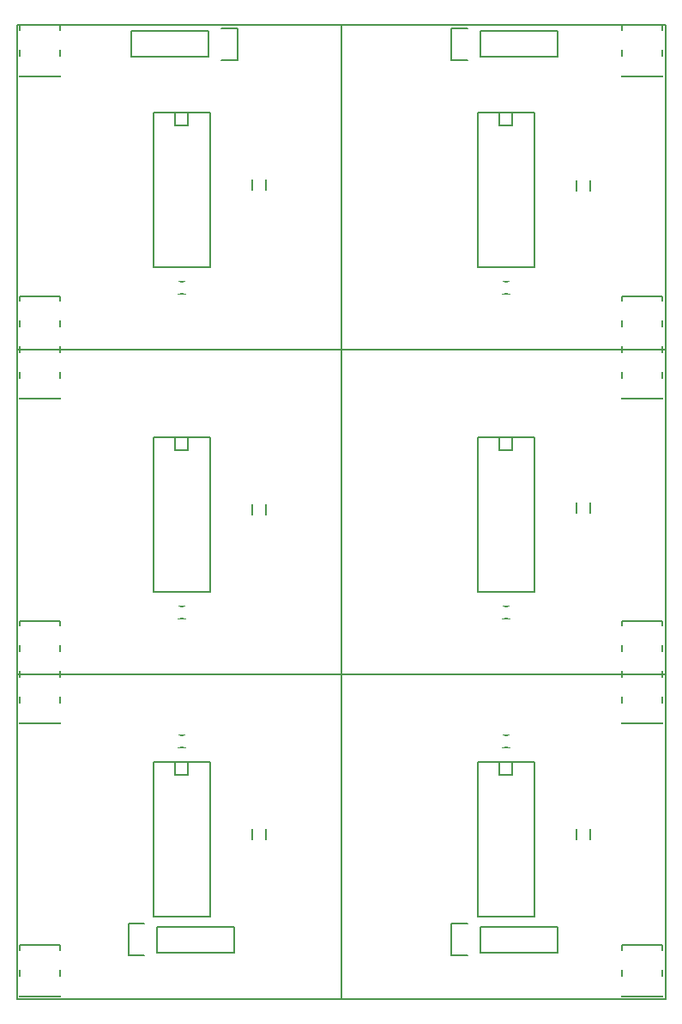
<source format=gbr>
G04 #@! TF.FileFunction,Legend,Top*
%FSLAX46Y46*%
G04 Gerber Fmt 4.6, Leading zero omitted, Abs format (unit mm)*
G04 Created by KiCad (PCBNEW 4.0.2-1.fc23-product) date pią, 26 sie 2016, 23:23:19*
%MOMM*%
G01*
G04 APERTURE LIST*
%ADD10C,0.100000*%
%ADD11C,0.150000*%
%ADD12C,2.206400*%
%ADD13R,4.406400X1.930400*%
%ADD14R,2.133600X2.438400*%
%ADD15O,2.133600X2.438400*%
%ADD16R,1.606400X1.156400*%
%ADD17R,1.306400X1.606400*%
%ADD18R,1.930400X1.168400*%
G04 APERTURE END LIST*
D10*
D11*
X139319000Y-100012500D02*
X107319000Y-100012500D01*
X107319000Y-100012500D02*
X107319000Y-68012500D01*
X107319000Y-68012500D02*
X139319000Y-68012500D01*
X139319000Y-68012500D02*
X139319000Y-100012500D01*
X139319000Y-132016500D02*
X107319000Y-132016500D01*
X107319000Y-132016500D02*
X107319000Y-100016500D01*
X107319000Y-100016500D02*
X139319000Y-100016500D01*
X139319000Y-100016500D02*
X139319000Y-132016500D01*
X171323000Y-100012500D02*
X139323000Y-100012500D01*
X139323000Y-100012500D02*
X139323000Y-68012500D01*
X139323000Y-68012500D02*
X171323000Y-68012500D01*
X171323000Y-68012500D02*
X171323000Y-100012500D01*
X171323000Y-68008500D02*
X139323000Y-68008500D01*
X139323000Y-68008500D02*
X139323000Y-36008500D01*
X139323000Y-36008500D02*
X171323000Y-36008500D01*
X171323000Y-36008500D02*
X171323000Y-68008500D01*
X171323000Y-132016500D02*
X139323000Y-132016500D01*
X139323000Y-132016500D02*
X139323000Y-100016500D01*
X139323000Y-100016500D02*
X171323000Y-100016500D01*
X171323000Y-100016500D02*
X171323000Y-132016500D01*
X167037000Y-104822500D02*
X167037000Y-94822500D01*
X167037000Y-94822500D02*
X171037000Y-94822500D01*
X171037000Y-94822500D02*
X171037000Y-104822500D01*
X171037000Y-104822500D02*
X167037000Y-104822500D01*
X107601000Y-104822500D02*
X107601000Y-94822500D01*
X107601000Y-94822500D02*
X111601000Y-94822500D01*
X111601000Y-94822500D02*
X111601000Y-104822500D01*
X111601000Y-104822500D02*
X107601000Y-104822500D01*
X167037000Y-72818500D02*
X167037000Y-62818500D01*
X167037000Y-62818500D02*
X171037000Y-62818500D01*
X171037000Y-62818500D02*
X171037000Y-72818500D01*
X171037000Y-72818500D02*
X167037000Y-72818500D01*
X107601000Y-72818500D02*
X107601000Y-62818500D01*
X107601000Y-62818500D02*
X111601000Y-62818500D01*
X111601000Y-62818500D02*
X111601000Y-72818500D01*
X111601000Y-72818500D02*
X107601000Y-72818500D01*
X126238000Y-39179500D02*
X118618000Y-39179500D01*
X126238000Y-36639500D02*
X118618000Y-36639500D01*
X129058000Y-36359500D02*
X127508000Y-36359500D01*
X118618000Y-39179500D02*
X118618000Y-36639500D01*
X126238000Y-36639500D02*
X126238000Y-39179500D01*
X127508000Y-39459500D02*
X129058000Y-39459500D01*
X129058000Y-39459500D02*
X129058000Y-36359500D01*
X153035000Y-36639500D02*
X160655000Y-36639500D01*
X153035000Y-39179500D02*
X160655000Y-39179500D01*
X150215000Y-39459500D02*
X151765000Y-39459500D01*
X160655000Y-36639500D02*
X160655000Y-39179500D01*
X153035000Y-39179500D02*
X153035000Y-36639500D01*
X151765000Y-36359500D02*
X150215000Y-36359500D01*
X150215000Y-36359500D02*
X150215000Y-39459500D01*
X121158000Y-124904500D02*
X128778000Y-124904500D01*
X121158000Y-127444500D02*
X128778000Y-127444500D01*
X118338000Y-127724500D02*
X119888000Y-127724500D01*
X128778000Y-124904500D02*
X128778000Y-127444500D01*
X121158000Y-127444500D02*
X121158000Y-124904500D01*
X119888000Y-124624500D02*
X118338000Y-124624500D01*
X118338000Y-124624500D02*
X118338000Y-127724500D01*
X153035000Y-124904500D02*
X160655000Y-124904500D01*
X153035000Y-127444500D02*
X160655000Y-127444500D01*
X150215000Y-127724500D02*
X151765000Y-127724500D01*
X160655000Y-124904500D02*
X160655000Y-127444500D01*
X153035000Y-127444500D02*
X153035000Y-124904500D01*
X151765000Y-124624500D02*
X150215000Y-124624500D01*
X150215000Y-124624500D02*
X150215000Y-127724500D01*
X107601000Y-41068500D02*
X107601000Y-36068500D01*
X107601000Y-36068500D02*
X111601000Y-36068500D01*
X111601000Y-36068500D02*
X111601000Y-41068500D01*
X111601000Y-41068500D02*
X107601000Y-41068500D01*
X167037000Y-41068500D02*
X167037000Y-36068500D01*
X167037000Y-36068500D02*
X171037000Y-36068500D01*
X171037000Y-36068500D02*
X171037000Y-41068500D01*
X171037000Y-41068500D02*
X167037000Y-41068500D01*
X107601000Y-131746500D02*
X107601000Y-126746500D01*
X107601000Y-126746500D02*
X111601000Y-126746500D01*
X111601000Y-126746500D02*
X111601000Y-131746500D01*
X111601000Y-131746500D02*
X107601000Y-131746500D01*
X167037000Y-131746500D02*
X167037000Y-126746500D01*
X167037000Y-126746500D02*
X171037000Y-126746500D01*
X171037000Y-126746500D02*
X171037000Y-131746500D01*
X171037000Y-131746500D02*
X167037000Y-131746500D01*
X123921000Y-62512500D02*
X123221000Y-62512500D01*
X123221000Y-61312500D02*
X123921000Y-61312500D01*
X123921000Y-94516500D02*
X123221000Y-94516500D01*
X123221000Y-93316500D02*
X123921000Y-93316500D01*
X123921000Y-107216500D02*
X123221000Y-107216500D01*
X123221000Y-106016500D02*
X123921000Y-106016500D01*
X155925000Y-62512500D02*
X155225000Y-62512500D01*
X155225000Y-61312500D02*
X155925000Y-61312500D01*
X155925000Y-94516500D02*
X155225000Y-94516500D01*
X155225000Y-93316500D02*
X155925000Y-93316500D01*
X155925000Y-107216500D02*
X155225000Y-107216500D01*
X155225000Y-106016500D02*
X155925000Y-106016500D01*
X130516000Y-52252500D02*
X130516000Y-51252500D01*
X131866000Y-51252500D02*
X131866000Y-52252500D01*
X130516000Y-116260500D02*
X130516000Y-115260500D01*
X131866000Y-115260500D02*
X131866000Y-116260500D01*
X162520000Y-84129500D02*
X162520000Y-83129500D01*
X163870000Y-83129500D02*
X163870000Y-84129500D01*
X130516000Y-84256500D02*
X130516000Y-83256500D01*
X131866000Y-83256500D02*
X131866000Y-84256500D01*
X162520000Y-52379500D02*
X162520000Y-51379500D01*
X163870000Y-51379500D02*
X163870000Y-52379500D01*
X162520000Y-116260500D02*
X162520000Y-115260500D01*
X163870000Y-115260500D02*
X163870000Y-116260500D01*
X139319000Y-68008500D02*
X107319000Y-68008500D01*
X107319000Y-68008500D02*
X107319000Y-36008500D01*
X107319000Y-36008500D02*
X139319000Y-36008500D01*
X139319000Y-36008500D02*
X139319000Y-68008500D01*
X158369000Y-123888500D02*
X152781000Y-123888500D01*
X158369000Y-108648500D02*
X152781000Y-108648500D01*
X158369000Y-123888500D02*
X158369000Y-108648500D01*
X156210000Y-108648500D02*
X156210000Y-109918500D01*
X156210000Y-109918500D02*
X154940000Y-109918500D01*
X154940000Y-109918500D02*
X154940000Y-108648500D01*
X152781000Y-108648500D02*
X152781000Y-123888500D01*
X158369000Y-59880500D02*
X152781000Y-59880500D01*
X158369000Y-44640500D02*
X152781000Y-44640500D01*
X158369000Y-59880500D02*
X158369000Y-44640500D01*
X156210000Y-44640500D02*
X156210000Y-45910500D01*
X156210000Y-45910500D02*
X154940000Y-45910500D01*
X154940000Y-45910500D02*
X154940000Y-44640500D01*
X152781000Y-44640500D02*
X152781000Y-59880500D01*
X126365000Y-91884500D02*
X120777000Y-91884500D01*
X126365000Y-76644500D02*
X120777000Y-76644500D01*
X126365000Y-91884500D02*
X126365000Y-76644500D01*
X124206000Y-76644500D02*
X124206000Y-77914500D01*
X124206000Y-77914500D02*
X122936000Y-77914500D01*
X122936000Y-77914500D02*
X122936000Y-76644500D01*
X120777000Y-76644500D02*
X120777000Y-91884500D01*
X158369000Y-91884500D02*
X152781000Y-91884500D01*
X158369000Y-76644500D02*
X152781000Y-76644500D01*
X158369000Y-91884500D02*
X158369000Y-76644500D01*
X156210000Y-76644500D02*
X156210000Y-77914500D01*
X156210000Y-77914500D02*
X154940000Y-77914500D01*
X154940000Y-77914500D02*
X154940000Y-76644500D01*
X152781000Y-76644500D02*
X152781000Y-91884500D01*
X126365000Y-123888500D02*
X120777000Y-123888500D01*
X126365000Y-108648500D02*
X120777000Y-108648500D01*
X126365000Y-123888500D02*
X126365000Y-108648500D01*
X124206000Y-108648500D02*
X124206000Y-109918500D01*
X124206000Y-109918500D02*
X122936000Y-109918500D01*
X122936000Y-109918500D02*
X122936000Y-108648500D01*
X120777000Y-108648500D02*
X120777000Y-123888500D01*
X126365000Y-59880500D02*
X120777000Y-59880500D01*
X126365000Y-44640500D02*
X120777000Y-44640500D01*
X126365000Y-59880500D02*
X126365000Y-44640500D01*
X124206000Y-44640500D02*
X124206000Y-45910500D01*
X124206000Y-45910500D02*
X122936000Y-45910500D01*
X122936000Y-45910500D02*
X122936000Y-44640500D01*
X120777000Y-44640500D02*
X120777000Y-59880500D01*
%LPC*%
D12*
X111319000Y-93012500D03*
X111319000Y-90472500D03*
X111319000Y-87932500D03*
X111319000Y-85392500D03*
X111319000Y-82852500D03*
X111319000Y-80312500D03*
X111319000Y-77772500D03*
X111319000Y-75232500D03*
X135319000Y-93012500D03*
X135319000Y-90472500D03*
X135319000Y-87932500D03*
X135319000Y-85392500D03*
X135319000Y-82852500D03*
X135319000Y-80312500D03*
X135319000Y-77772500D03*
X135319000Y-75232500D03*
X111319000Y-125016500D03*
X111319000Y-122476500D03*
X111319000Y-119936500D03*
X111319000Y-117396500D03*
X111319000Y-114856500D03*
X111319000Y-112316500D03*
X111319000Y-109776500D03*
X111319000Y-107236500D03*
X135319000Y-125016500D03*
X135319000Y-122476500D03*
X135319000Y-119936500D03*
X135319000Y-117396500D03*
X135319000Y-114856500D03*
X135319000Y-112316500D03*
X135319000Y-109776500D03*
X135319000Y-107236500D03*
X143323000Y-93012500D03*
X143323000Y-90472500D03*
X143323000Y-87932500D03*
X143323000Y-85392500D03*
X143323000Y-82852500D03*
X143323000Y-80312500D03*
X143323000Y-77772500D03*
X143323000Y-75232500D03*
X167323000Y-93012500D03*
X167323000Y-90472500D03*
X167323000Y-87932500D03*
X167323000Y-85392500D03*
X167323000Y-82852500D03*
X167323000Y-80312500D03*
X167323000Y-77772500D03*
X167323000Y-75232500D03*
X143323000Y-61008500D03*
X143323000Y-58468500D03*
X143323000Y-55928500D03*
X143323000Y-53388500D03*
X143323000Y-50848500D03*
X143323000Y-48308500D03*
X143323000Y-45768500D03*
X143323000Y-43228500D03*
X167323000Y-61008500D03*
X167323000Y-58468500D03*
X167323000Y-55928500D03*
X167323000Y-53388500D03*
X167323000Y-50848500D03*
X167323000Y-48308500D03*
X167323000Y-45768500D03*
X167323000Y-43228500D03*
X143323000Y-125016500D03*
X143323000Y-122476500D03*
X143323000Y-119936500D03*
X143323000Y-117396500D03*
X143323000Y-114856500D03*
X143323000Y-112316500D03*
X143323000Y-109776500D03*
X143323000Y-107236500D03*
X167323000Y-125016500D03*
X167323000Y-122476500D03*
X167323000Y-119936500D03*
X167323000Y-117396500D03*
X167323000Y-114856500D03*
X167323000Y-112316500D03*
X167323000Y-109776500D03*
X167323000Y-107236500D03*
D13*
X169037000Y-103822500D03*
X169037000Y-101282500D03*
X169037000Y-98742500D03*
X169037000Y-96202500D03*
X109601000Y-103822500D03*
X109601000Y-101282500D03*
X109601000Y-98742500D03*
X109601000Y-96202500D03*
X169037000Y-71818500D03*
X169037000Y-69278500D03*
X169037000Y-66738500D03*
X169037000Y-64198500D03*
X109601000Y-71818500D03*
X109601000Y-69278500D03*
X109601000Y-66738500D03*
X109601000Y-64198500D03*
D14*
X127508000Y-37909500D03*
D15*
X124968000Y-37909500D03*
X122428000Y-37909500D03*
X119888000Y-37909500D03*
D14*
X151765000Y-37909500D03*
D15*
X154305000Y-37909500D03*
X156845000Y-37909500D03*
X159385000Y-37909500D03*
D14*
X119888000Y-126174500D03*
D15*
X122428000Y-126174500D03*
X124968000Y-126174500D03*
X127508000Y-126174500D03*
D14*
X151765000Y-126174500D03*
D15*
X154305000Y-126174500D03*
X156845000Y-126174500D03*
X159385000Y-126174500D03*
D13*
X109601000Y-40068500D03*
X109601000Y-37528500D03*
X169037000Y-40068500D03*
X169037000Y-37528500D03*
X109601000Y-130746500D03*
X109601000Y-128206500D03*
X169037000Y-130746500D03*
X169037000Y-128206500D03*
D16*
X124521000Y-61912500D03*
X122621000Y-61912500D03*
X124521000Y-93916500D03*
X122621000Y-93916500D03*
X124521000Y-106616500D03*
X122621000Y-106616500D03*
X156525000Y-61912500D03*
X154625000Y-61912500D03*
X156525000Y-93916500D03*
X154625000Y-93916500D03*
X156525000Y-106616500D03*
X154625000Y-106616500D03*
D17*
X131191000Y-50652500D03*
X131191000Y-52852500D03*
X131191000Y-114660500D03*
X131191000Y-116860500D03*
X163195000Y-82529500D03*
X163195000Y-84729500D03*
X131191000Y-82656500D03*
X131191000Y-84856500D03*
X163195000Y-50779500D03*
X163195000Y-52979500D03*
X163195000Y-114660500D03*
X163195000Y-116860500D03*
D12*
X111319000Y-61008500D03*
X111319000Y-58468500D03*
X111319000Y-55928500D03*
X111319000Y-53388500D03*
X111319000Y-50848500D03*
X111319000Y-48308500D03*
X111319000Y-45768500D03*
X111319000Y-43228500D03*
X135319000Y-61008500D03*
X135319000Y-58468500D03*
X135319000Y-55928500D03*
X135319000Y-53388500D03*
X135319000Y-50848500D03*
X135319000Y-48308500D03*
X135319000Y-45768500D03*
X135319000Y-43228500D03*
D18*
X151065000Y-109283500D03*
X151065000Y-110553500D03*
X151065000Y-111823500D03*
X151065000Y-113093500D03*
X151065000Y-114363500D03*
X151065000Y-115633500D03*
X151065000Y-116903500D03*
X151065000Y-118173500D03*
X151065000Y-119443500D03*
X151065000Y-120713500D03*
X151065000Y-121983500D03*
X151065000Y-123380500D03*
X160085000Y-109283500D03*
X160085000Y-110553500D03*
X160085000Y-111823500D03*
X160085000Y-113093500D03*
X160085000Y-114363500D03*
X160085000Y-115633500D03*
X160085000Y-116903500D03*
X160085000Y-118173500D03*
X160085000Y-119443500D03*
X160085000Y-120713500D03*
X160085000Y-121983500D03*
X160085000Y-123253500D03*
X151065000Y-45275500D03*
X151065000Y-46545500D03*
X151065000Y-47815500D03*
X151065000Y-49085500D03*
X151065000Y-50355500D03*
X151065000Y-51625500D03*
X151065000Y-52895500D03*
X151065000Y-54165500D03*
X151065000Y-55435500D03*
X151065000Y-56705500D03*
X151065000Y-57975500D03*
X151065000Y-59372500D03*
X160085000Y-45275500D03*
X160085000Y-46545500D03*
X160085000Y-47815500D03*
X160085000Y-49085500D03*
X160085000Y-50355500D03*
X160085000Y-51625500D03*
X160085000Y-52895500D03*
X160085000Y-54165500D03*
X160085000Y-55435500D03*
X160085000Y-56705500D03*
X160085000Y-57975500D03*
X160085000Y-59245500D03*
X119061000Y-77279500D03*
X119061000Y-78549500D03*
X119061000Y-79819500D03*
X119061000Y-81089500D03*
X119061000Y-82359500D03*
X119061000Y-83629500D03*
X119061000Y-84899500D03*
X119061000Y-86169500D03*
X119061000Y-87439500D03*
X119061000Y-88709500D03*
X119061000Y-89979500D03*
X119061000Y-91376500D03*
X128081000Y-77279500D03*
X128081000Y-78549500D03*
X128081000Y-79819500D03*
X128081000Y-81089500D03*
X128081000Y-82359500D03*
X128081000Y-83629500D03*
X128081000Y-84899500D03*
X128081000Y-86169500D03*
X128081000Y-87439500D03*
X128081000Y-88709500D03*
X128081000Y-89979500D03*
X128081000Y-91249500D03*
X151065000Y-77279500D03*
X151065000Y-78549500D03*
X151065000Y-79819500D03*
X151065000Y-81089500D03*
X151065000Y-82359500D03*
X151065000Y-83629500D03*
X151065000Y-84899500D03*
X151065000Y-86169500D03*
X151065000Y-87439500D03*
X151065000Y-88709500D03*
X151065000Y-89979500D03*
X151065000Y-91376500D03*
X160085000Y-77279500D03*
X160085000Y-78549500D03*
X160085000Y-79819500D03*
X160085000Y-81089500D03*
X160085000Y-82359500D03*
X160085000Y-83629500D03*
X160085000Y-84899500D03*
X160085000Y-86169500D03*
X160085000Y-87439500D03*
X160085000Y-88709500D03*
X160085000Y-89979500D03*
X160085000Y-91249500D03*
X119061000Y-109283500D03*
X119061000Y-110553500D03*
X119061000Y-111823500D03*
X119061000Y-113093500D03*
X119061000Y-114363500D03*
X119061000Y-115633500D03*
X119061000Y-116903500D03*
X119061000Y-118173500D03*
X119061000Y-119443500D03*
X119061000Y-120713500D03*
X119061000Y-121983500D03*
X119061000Y-123380500D03*
X128081000Y-109283500D03*
X128081000Y-110553500D03*
X128081000Y-111823500D03*
X128081000Y-113093500D03*
X128081000Y-114363500D03*
X128081000Y-115633500D03*
X128081000Y-116903500D03*
X128081000Y-118173500D03*
X128081000Y-119443500D03*
X128081000Y-120713500D03*
X128081000Y-121983500D03*
X128081000Y-123253500D03*
X119061000Y-45275500D03*
X119061000Y-46545500D03*
X119061000Y-47815500D03*
X119061000Y-49085500D03*
X119061000Y-50355500D03*
X119061000Y-51625500D03*
X119061000Y-52895500D03*
X119061000Y-54165500D03*
X119061000Y-55435500D03*
X119061000Y-56705500D03*
X119061000Y-57975500D03*
X119061000Y-59372500D03*
X128081000Y-45275500D03*
X128081000Y-46545500D03*
X128081000Y-47815500D03*
X128081000Y-49085500D03*
X128081000Y-50355500D03*
X128081000Y-51625500D03*
X128081000Y-52895500D03*
X128081000Y-54165500D03*
X128081000Y-55435500D03*
X128081000Y-56705500D03*
X128081000Y-57975500D03*
X128081000Y-59245500D03*
M02*

</source>
